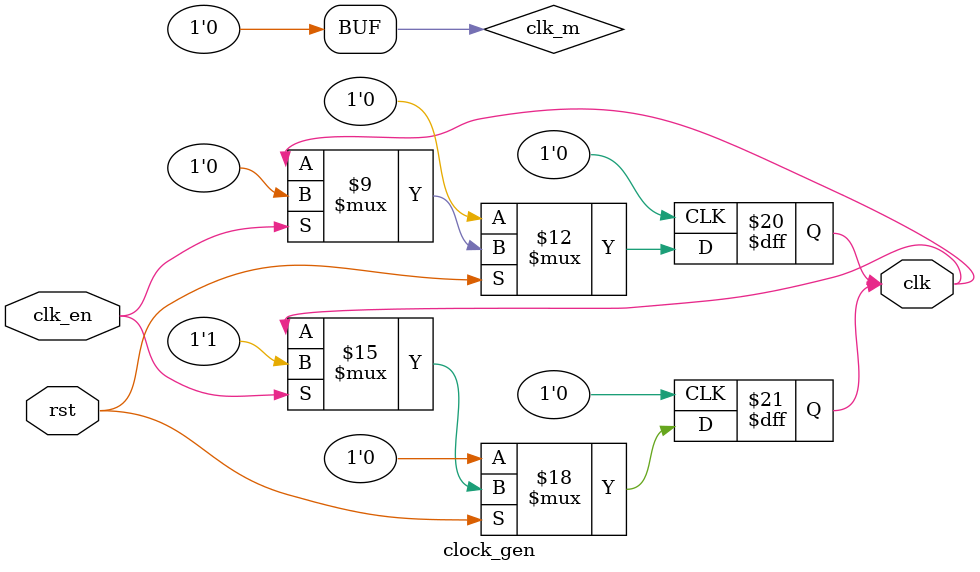
<source format=v>

`include "verilog_header.vh"

module clock_gen #(
    parameter CLK_PERIOD    = 1000.0,   //e-12s
    parameter CLK_DC        = 0.1
)(
    input rst,
    input clk_en,
    output reg clk
);

parameter CLK_T1 = CLK_PERIOD * CLK_DC;
parameter CLK_T2 = CLK_PERIOD * (1-CLK_DC);

reg clk_m;

always begin
    clk_m <= 1'd1;
    #CLK_T1;
    clk_m <= 1'd0;
    #CLK_T2;
end

always @(posedge clk_m)
    if (rst == 1'd0)
        clk <= 1'd0;
    else if (clk_en == 1'd0)
        clk <= clk;
    else
        clk <= 1'd1;

always @(negedge clk_m)
    if (rst == 1'd0)
        clk <= 1'd0;
    else if (clk_en == 1'd0)
        clk <= clk;
    else
        clk <= 1'd0;

endmodule

</source>
